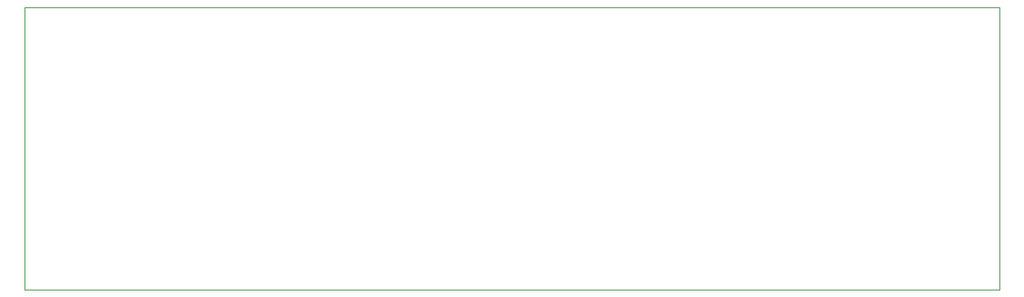
<source format=gbr>
G04*
G04 #@! TF.GenerationSoftware,Altium Limited,Altium Designer,24.4.1 (13)*
G04*
G04 Layer_Color=0*
%FSLAX25Y25*%
%MOIN*%
G70*
G04*
G04 #@! TF.SameCoordinates,C8804EEA-F542-44AB-9C48-69CCBEB50276*
G04*
G04*
G04 #@! TF.FilePolarity,Positive*
G04*
G01*
G75*
%ADD41C,0.00100*%
D41*
X167000Y334500D02*
X564500D01*
Y450000D01*
X167000D01*
Y334500D01*
M02*

</source>
